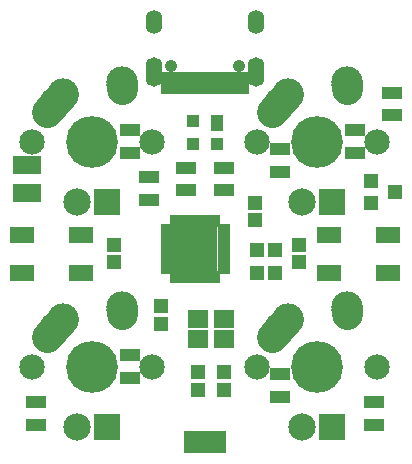
<source format=gbs>
%TF.GenerationSoftware,KiCad,Pcbnew,(5.0.0)*%
%TF.CreationDate,2019-01-27T02:24:25-08:00*%
%TF.ProjectId,Voyager4,566F7961676572342E6B696361645F70,rev?*%
%TF.SameCoordinates,Original*%
%TF.FileFunction,Soldermask,Bot*%
%TF.FilePolarity,Negative*%
%FSLAX46Y46*%
G04 Gerber Fmt 4.6, Leading zero omitted, Abs format (unit mm)*
G04 Created by KiCad (PCBNEW (5.0.0)) date 01/27/19 02:24:25*
%MOMM*%
%LPD*%
G01*
G04 APERTURE LIST*
%ADD10C,2.650000*%
%ADD11C,2.650000*%
%ADD12C,4.387800*%
%ADD13C,2.305000*%
%ADD14R,2.305000X2.305000*%
%ADD15C,2.150000*%
%ADD16R,1.150000X1.200000*%
%ADD17R,1.200000X1.150000*%
%ADD18R,2.000000X1.400000*%
%ADD19R,2.430000X1.540000*%
%ADD20R,1.300000X1.200000*%
%ADD21R,1.700000X1.100000*%
%ADD22R,2.125000X2.125000*%
%ADD23R,1.100000X0.650000*%
%ADD24R,0.650000X1.100000*%
%ADD25R,1.100000X1.000000*%
%ADD26R,1.100000X1.400000*%
%ADD27O,1.400000X2.000000*%
%ADD28O,1.400000X2.500000*%
%ADD29C,1.050000*%
%ADD30R,0.700000X1.850000*%
%ADD31R,1.000000X1.850000*%
%ADD32R,1.800000X1.600000*%
%ADD33R,1.900000X1.900000*%
G04 APERTURE END LIST*
D10*
X61257500Y-53947500D03*
D11*
X61237500Y-54237500D02*
X61277500Y-53657500D01*
D10*
X61277500Y-53657500D03*
X55582501Y-55467500D03*
D11*
X54927500Y-56197500D02*
X56237502Y-54737500D01*
D12*
X58737500Y-58737500D03*
D10*
X56237500Y-54737500D03*
D13*
X57467500Y-63817500D03*
D14*
X60007500Y-63817500D03*
D15*
X53657500Y-58737500D03*
X63817500Y-58737500D03*
D16*
X69850000Y-59194000D03*
X69850000Y-60694000D03*
X67691000Y-60694000D03*
X67691000Y-59194000D03*
X72517000Y-44843000D03*
X72517000Y-46343000D03*
D17*
X72656000Y-48895000D03*
X74156000Y-48895000D03*
D16*
X64516000Y-55106000D03*
X64516000Y-53606000D03*
D17*
X72656000Y-50800000D03*
X74156000Y-50800000D03*
D16*
X60579000Y-49899000D03*
X60579000Y-48399000D03*
X76200000Y-48399000D03*
X76200000Y-49899000D03*
D18*
X52745000Y-50812500D03*
X52745000Y-47612500D03*
X57745000Y-50812500D03*
X57745000Y-47612500D03*
X83780000Y-47612500D03*
X83780000Y-50812500D03*
X78780000Y-47612500D03*
X78780000Y-50812500D03*
D19*
X53181250Y-41662500D03*
X53181250Y-44062500D03*
D10*
X61257500Y-34897500D03*
D11*
X61237500Y-35187500D02*
X61277500Y-34607500D01*
D10*
X61277500Y-34607500D03*
X55582501Y-36417500D03*
D11*
X54927500Y-37147500D02*
X56237502Y-35687500D01*
D12*
X58737500Y-39687500D03*
D10*
X56237500Y-35687500D03*
D13*
X57467500Y-44767500D03*
D14*
X60007500Y-44767500D03*
D15*
X53657500Y-39687500D03*
X63817500Y-39687500D03*
X82867500Y-39687500D03*
X72707500Y-39687500D03*
D14*
X79057500Y-44767500D03*
D13*
X76517500Y-44767500D03*
D10*
X75287500Y-35687500D03*
D12*
X77787500Y-39687500D03*
D10*
X74632501Y-36417500D03*
D11*
X73977500Y-37147500D02*
X75287502Y-35687500D01*
D10*
X80327500Y-34607500D03*
X80307500Y-34897500D03*
D11*
X80287500Y-35187500D02*
X80327500Y-34607500D01*
D10*
X80307500Y-53947500D03*
D11*
X80287500Y-54237500D02*
X80327500Y-53657500D01*
D10*
X80327500Y-53657500D03*
X74632501Y-55467500D03*
D11*
X73977500Y-56197500D02*
X75287502Y-54737500D01*
D12*
X77787500Y-58737500D03*
D10*
X75287500Y-54737500D03*
D13*
X76517500Y-63817500D03*
D14*
X79057500Y-63817500D03*
D15*
X72707500Y-58737500D03*
X82867500Y-58737500D03*
D20*
X84343750Y-43942000D03*
X82343750Y-42992000D03*
X82343750Y-44892000D03*
D21*
X74612500Y-61275000D03*
X74612500Y-59375000D03*
X66675000Y-41912500D03*
X66675000Y-43812500D03*
X69850000Y-43812500D03*
X69850000Y-41912500D03*
X74612500Y-42225000D03*
X74612500Y-40325000D03*
X63500000Y-42706250D03*
X63500000Y-44606250D03*
X61912500Y-38737500D03*
X61912500Y-40637500D03*
X61912500Y-59687500D03*
X61912500Y-57787500D03*
X84137500Y-35562500D03*
X84137500Y-37462500D03*
X53975000Y-63656250D03*
X53975000Y-61756250D03*
X82550000Y-63656250D03*
X82550000Y-61756250D03*
X80962500Y-38737500D03*
X80962500Y-40637500D03*
D22*
X68299500Y-49630500D03*
X66574500Y-49630500D03*
X68299500Y-47905500D03*
X66574500Y-47905500D03*
D23*
X69837000Y-50518000D03*
X69837000Y-50018000D03*
X69837000Y-49518000D03*
X69837000Y-49018000D03*
X69837000Y-48518000D03*
X69837000Y-48018000D03*
X69837000Y-47518000D03*
X69837000Y-47018000D03*
D24*
X69187000Y-46368000D03*
X68687000Y-46368000D03*
X68187000Y-46368000D03*
X67687000Y-46368000D03*
X67187000Y-46368000D03*
X66687000Y-46368000D03*
X66187000Y-46368000D03*
X65687000Y-46368000D03*
D23*
X65037000Y-47018000D03*
X65037000Y-47518000D03*
X65037000Y-48018000D03*
X65037000Y-48518000D03*
X65037000Y-49018000D03*
X65037000Y-49518000D03*
X65037000Y-50018000D03*
X65037000Y-50518000D03*
D24*
X65687000Y-51168000D03*
X66187000Y-51168000D03*
X66687000Y-51168000D03*
X67187000Y-51168000D03*
X67687000Y-51168000D03*
X68187000Y-51168000D03*
X68687000Y-51168000D03*
X69187000Y-51168000D03*
D25*
X67262500Y-39843750D03*
X69262500Y-39843750D03*
X67262500Y-37943750D03*
D26*
X69262500Y-38143750D03*
D27*
X72582500Y-29587500D03*
X63942500Y-29587500D03*
D28*
X72582500Y-33767500D03*
X63942500Y-33767500D03*
D29*
X65372500Y-33237500D03*
X71152500Y-33237500D03*
D30*
X68012500Y-34682500D03*
X68512500Y-34682500D03*
X69012500Y-34682500D03*
X67512500Y-34682500D03*
X69512500Y-34682500D03*
X67012500Y-34682500D03*
X70012500Y-34682500D03*
X66512500Y-34682500D03*
D31*
X65812500Y-34682500D03*
X70712500Y-34682500D03*
X65037500Y-34682500D03*
X71487500Y-34682500D03*
D32*
X69870500Y-54712500D03*
X67670500Y-54712500D03*
X67670500Y-56412500D03*
X69870500Y-56412500D03*
D33*
X69112500Y-65087500D03*
X67412500Y-65087500D03*
M02*

</source>
